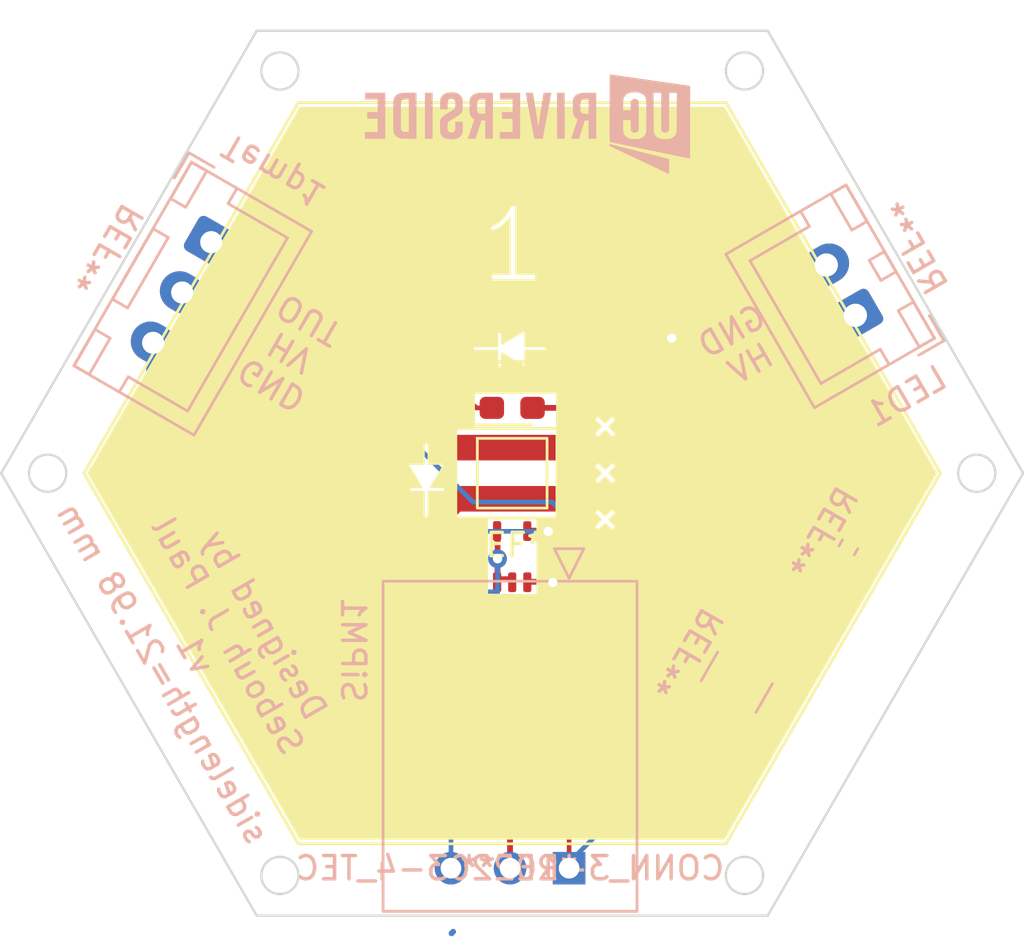
<source format=kicad_pcb>
(kicad_pcb (version 20211014) (generator pcbnew)
  (layers (0 "F.Cu" signal) (31 "B.Cu" signal) (34 "B.Paste" user) (35 "F.Paste" user) (36 "B.SilkS" user "B.Silkscreen") (37 "F.SilkS" user "F.Silkscreen") (38 "B.Mask" user) (39 "F.Mask" user) (44 "Edge.Cuts" user))
  (net 0 "")
  (footprint "Symbol:diode_direction_negative" (layer "F.Cu") (at 103.8 52.65)
    (fp_text reference "REF**" hide)
    (fp_text value "diode_direction_negative" hide)
    (fp_poly (pts (xy 1.4 0.05) (xy 1.4 -0.1) (xy 0.5 -0.1) (xy 0.5 -0.8) (xy -0.5 -0.2) (xy -0.5 -0.7) (xy -0.7 -0.7) (xy -0.7 -0.1) (xy -1.8 -0.1) (xy -1.8 0.1) (xy -0.7 0.1) (xy -0.7 0.8) (xy -0.5 0.8) (xy -0.5 0.2) (xy 0.5 0.8) (xy 0.5 0.1) (xy 2.5 0.1) (xy 2.5 1.9) (xy -1.9 1.9) (xy -1.9 -2) (xy 2.5 -2) (xy 2.5 0.075)) (layer "F.SilkS") (width 0.08) (fill solid))
  )
  (footprint "LED_SMD:LED_0603_1608Metric_Pad1.05x0.95mm_HandSolder" (layer "F.Cu") (at 103.74 55.2)
    (fp_text reference "REF**" (at 0 -1.43) (layer "F.SilkS"))
    (fp_text value "LED_0603_1608Metric_Pad1.05x0.95mm_HandSolder")
    (fp_line (start -1.66 -0.735) (end -1.66 0.735) (layer "F.SilkS") (width 0.12))
    (fp_line (start 0.8 -0.735) (end -1.66 -0.735) (layer "F.SilkS") (width 0.12))
    (fp_line (start -1.66 0.735) (end 0.8 0.735) (layer "F.SilkS") (width 0.12))
    (pad "1" smd roundrect (at -0.875 0) (size 1.05 0.95) (layers "F.Cu" "F.Paste" "F.Mask"))
    (pad "2" smd roundrect (at 0.875 0) (size 1.05 0.95) (layers "F.Cu" "F.Paste" "F.Mask"))
  )
  (footprint "" (layer "F.Cu") (at 103.09 62.7)
    (fp_text reference "" (at 0 0) (layer "F.SilkS") (effects (font (size 1.27 1.27))))
    (fp_text value "" (at 0 0) (layer "F.SilkS") (effects (font (size 1.27 1.27))))
    (pad "1" smd roundrect (at 0 0) (size 0.35 0.85) (layers "F.Cu" "F.Paste" "F.Mask"))
  )
  (footprint "Sensor:LM94021QBIMG-NOPB" (layer "F.Cu") (at 103.74 61.6)
    (fp_text reference "REF**" (at 0 -0.5 unlocked) (layer "F.SilkS"))
    (fp_text value "LM94021QBIMG-NOPB")
    (pad "1" smd roundrect (at -0.65 1.1) (size 0.35 0.85) (layers "F.Cu" "F.Paste" "F.Mask"))
    (pad "2" smd roundrect (at 0 1.1) (size 0.35 0.85) (layers "F.Cu" "F.Paste" "F.Mask"))
    (pad "3" smd roundrect (at 0.65 1.1) (size 0.35 0.85) (layers "F.Cu" "F.Paste" "F.Mask"))
    (pad "4" smd roundrect (at 0.65 -1.1) (size 0.35 0.85) (layers "F.Cu" "F.Paste" "F.Mask"))
    (pad "5" smd roundrect (at -0.65 -1.1) (size 0.35 0.85) (layers "F.Cu" "F.Paste" "F.Mask"))
  )
  (footprint "" (layer "F.Cu") (at 103.09 60.5)
    (fp_text reference "" (at 0 0) (layer "F.SilkS") (effects (font (size 1.27 1.27))))
    (fp_text value "" (at 0 0) (layer "F.SilkS") (effects (font (size 1.27 1.27))))
    (pad "5" smd roundrect (at 0 0) (size 0.35 0.85) (layers "F.Cu" "F.Paste" "F.Mask"))
  )
  (footprint "SiPM:S14160-3015PS_copy" (layer "F.Cu") (at 103.74 58.01)
    (fp_text reference "REF**" hide)
    (fp_text value "S14160-3015PS")
    (fp_line (start -18.42 0) (end -9.2 -15.94) (layer "F.SilkS") (width 0.12))
    (fp_line (start 9.2 15.94) (end 18.42 0) (layer "F.SilkS") (width 0.12))
    (fp_line (start 1.925 -1.925) (end -2.425 -1.925) (layer "F.SilkS") (width 0.12))
    (fp_line (start -2.425 1.925) (end -2.425 -1.925) (layer "F.SilkS") (width 0.12))
    (fp_line (start -2.425 1.925) (end 1.925 1.925) (layer "F.SilkS") (width 0.12))
    (fp_line (start 18.42 0) (end 9.2 -15.94) (layer "F.SilkS") (width 0.12))
    (fp_line (start 1.925 -1.925) (end 1.925 1.925) (layer "F.SilkS") (width 0.12))
    (fp_line (start -9.2 -15.94) (end 9.2 -15.94) (layer "F.SilkS") (width 0.12))
    (fp_line (start -9.2 15.94) (end -18.42 0) (layer "F.SilkS") (width 0.12))
    (fp_line (start -9.2 15.94) (end 9.2 15.94) (layer "F.SilkS") (width 0.12))
    (fp_rect (start -1.5 -1.5) (end 1.5 1.5) (layer "F.SilkS") (width 0.12) (fill none))
    (fp_rect (start 4.6 -7.3) (end 1.95 -2.6) (layer "F.SilkS") (width 0.12) (fill solid))
    (fp_rect (start 4.6 0.6) (end 3.375 1.4) (layer "F.SilkS") (width 0.12) (fill solid))
    (fp_rect (start 1.1 2) (end 1.95 2.575) (layer "F.SilkS") (width 0.12) (fill solid))
    (fp_rect (start -1.7 -2) (end -2.425 -7.3) (layer "F.SilkS") (width 0.12) (fill solid))
    (fp_rect (start 3.375 2.575) (end 1.95 -2.6) (layer "F.SilkS") (width 0.12) (fill solid))
    (fp_rect (start 1.1 5.525) (end 4.6 2.575) (layer "F.SilkS") (width 0.12) (fill solid))
    (fp_rect (start -4.975 1.975) (end -1.1 5.325) (layer "F.SilkS") (width 0.12) (fill solid))
    (fp_rect (start -2.425 -8.1) (end 4.6 -7.3) (layer "F.SilkS") (width 0.12) (fill solid))
    (fp_rect (start -2.425 -1.925) (end -5 -12.1) (layer "F.SilkS") (width 0.12) (fill solid))
    (fp_rect (start 4.6 -0.625) (end 3.375 -1.4) (layer "F.SilkS") (width 0.12) (fill solid))
    (fp_poly (pts (xy -0.1 -12.1) (xy -5 -11.9) (xy -4.975 5.2) (xy 4.6 5.3) (xy 4.6 -8.1) (xy 1.9 -8.125) (xy 1.9 -12.1) (xy 0 -12.1) (xy 0 -15.7) (xy 9.1 -15.7) (xy 18.2 0) (xy 9.1 15.7) (xy -9.1 15.7) (xy -18.2 0) (xy -9.1 -15.7) (xy -0.1 -15.7)) (layer "F.SilkS") (width 0.12) (fill solid))
    (fp_poly (pts (xy 4.6 -1.4) (xy 3.7 -1.4) (xy 3.7 -1.5) (xy 4 -1.8) (xy 4.3 -1.5) (xy 4.5 -1.7) (xy 4.2 -2) (xy 4.5 -2.3) (xy 4.3 -2.5) (xy 4 -2.2) (xy 3.7 -2.5) (xy 3.5 -2.3) (xy 3.8 -2) (xy 3.5 -1.7) (xy 3.65 -1.55) (xy 3.675 -1.4) (xy 3.4 -1.4) (xy 3.4 -2.6) (xy 4.6 -2.6)) (layer "F.SilkS") (width 0.12) (fill solid))
    (fp_poly (pts (xy -3.65 -1.3) (xy -3.8 -1.3) (xy -3.8 -0.4) (xy -4.5 -0.4) (xy -3.9 0.6) (xy -4.4 0.6) (xy -4.4 0.8) (xy -3.8 0.8) (xy -3.8 1.9) (xy -3.6 1.9) (xy -3.6 0.8) (xy -2.9 0.8) (xy -2.9 0.6) (xy -3.5 0.6) (xy -2.9 -0.4) (xy -3.6 -0.4) (xy -3.6 -1.925) (xy -2.425 -1.925) (xy -2.425 2) (xy -5 2) (xy -5 -1.9) (xy -3.65 -1.9)) (layer "F.SilkS") (width 0.08) (fill solid))
    (fp_poly (pts (xy 4.6 0.6) (xy 3.7 0.6) (xy 3.7 0.5) (xy 4 0.2) (xy 4.3 0.5) (xy 4.5 0.3) (xy 4.2 0) (xy 4.5 -0.3) (xy 4.3 -0.5) (xy 4 -0.2) (xy 3.7 -0.5) (xy 3.5 -0.3) (xy 3.8 0) (xy 3.5 0.3) (xy 3.65 0.45) (xy 3.675 0.6) (xy 3.4 0.6) (xy 3.4 -0.6) (xy 4.6 -0.6)) (layer "F.SilkS") (width 0.12) (fill solid))
    (fp_poly (pts (xy 4.6 2.6) (xy 3.7 2.6) (xy 3.7 2.5) (xy 4 2.2) (xy 4.3 2.5) (xy 4.5 2.3) (xy 4.2 2) (xy 4.5 1.7) (xy 4.3 1.5) (xy 4 1.8) (xy 3.7 1.5) (xy 3.5 1.7) (xy 3.8 2) (xy 3.5 2.3) (xy 3.65 2.45) (xy 3.675 2.6) (xy 3.4 2.6) (xy 3.4 1.4) (xy 4.6 1.4)) (layer "F.SilkS") (width 0.12) (fill solid))
    (pad "1" smd rect (at -0.25 -1.1) (size 4.3 1.1) (layers "F.Cu" "F.Paste" "F.Mask"))
    (pad "2" smd rect (at -0.25 1.1) (size 4.3 1.1) (layers "F.Cu" "F.Paste" "F.Mask"))
  )
  (footprint "Connector_JST:JST_XH_B3B-XH-A_1x03_P2.50mm_Vertical" (layer "B.Cu") (at 90.795337 48.072437 -120)
    (fp_text reference "REF**" (at 2.5 3.55 60) (layer "B.SilkS") (effects (justify mirror)))
    (fp_text value "JST_XH_B3B-XH-A_1x03_P2.50mm_Vertical")
    (fp_line (start -1.6 2.75) (end -2.85 2.75) (layer "B.SilkS") (width 0.12))
    (fp_line (start -2.55 2.45) (end -2.55 1.7) (layer "B.SilkS") (width 0.12))
    (fp_line (start 4.25 2.45) (end 0.75 2.45) (layer "B.SilkS") (width 0.12))
    (fp_line (start 4.25 1.7) (end 4.25 2.45) (layer "B.SilkS") (width 0.12))
    (fp_line (start 7.56 2.46) (end -2.56 2.46) (layer "B.SilkS") (width 0.12))
    (fp_line (start 7.55 1.7) (end 7.55 2.45) (layer "B.SilkS") (width 0.12))
    (fp_line (start 0.75 1.7) (end 4.25 1.7) (layer "B.SilkS") (width 0.12))
    (fp_line (start -1.8 -2.75) (end 2.5 -2.75) (layer "B.SilkS") (width 0.12))
    (fp_line (start 6.8 0.2) (end 6.8 -2.75) (layer "B.SilkS") (width 0.12))
    (fp_line (start 0.75 2.45) (end 0.75 1.7) (layer "B.SilkS") (width 0.12))
    (fp_line (start 5.75 1.7) (end 7.55 1.7) (layer "B.SilkS") (width 0.12))
    (fp_line (start 7.55 2.45) (end 5.75 2.45) (layer "B.SilkS") (width 0.12))
    (fp_line (start -1.8 0.2) (end -1.8 -2.75) (layer "B.SilkS") (width 0.12))
    (fp_line (start 5.75 2.45) (end 5.75 1.7) (layer "B.SilkS") (width 0.12))
    (fp_line (start 7.55 0.2) (end 6.8 0.2) (layer "B.SilkS") (width 0.12))
    (fp_line (start -2.55 1.7) (end -0.75 1.7) (layer "B.SilkS") (width 0.12))
    (fp_line (start -2.56 -3.51) (end 7.56 -3.51) (layer "B.SilkS") (width 0.12))
    (fp_line (start -2.85 2.75) (end -2.85 1.5) (layer "B.SilkS") (width 0.12))
    (fp_line (start -0.75 1.7) (end -0.75 2.45) (layer "B.SilkS") (width 0.12))
    (fp_line (start 6.8 -2.75) (end 2.5 -2.75) (layer "B.SilkS") (width 0.12))
    (fp_line (start -2.55 0.2) (end -1.8 0.2) (layer "B.SilkS") (width 0.12))
    (fp_line (start 7.56 -3.51) (end 7.56 2.46) (layer "B.SilkS") (width 0.12))
    (fp_line (start -2.56 2.46) (end -2.56 -3.51) (layer "B.SilkS") (width 0.12))
    (fp_line (start -0.75 2.45) (end -2.55 2.45) (layer "B.SilkS") (width 0.12))
    (pad "1" thru_hole roundrect (at 0 0 240) (size 1.7 1.95) (drill 0.95) (layers *.Cu *.Mask) (roundrect_rratio 0.1470588235))
    (pad "2" thru_hole oval (at 2.5 0 240) (size 1.7 1.95) (drill 0.95) (layers *.Cu *.Mask))
    (pad "3" thru_hole oval (at 5 0 240) (size 1.7 1.95) (drill 0.95) (layers *.Cu *.Mask))
  )
  (footprint "AMPMODU:3-102203-4" (layer "B.Cu") (at 106.1875 75 180)
    (fp_text reference "REF**" (at 2.54 0) (layer "B.SilkS") (effects (justify mirror)))
    (fp_text value "CONN_3-102203-4_TEC" (at 2.54 0) (layer "B.SilkS") (effects (justify mirror)))
    (fp_text user "*" (at 0 0) (layer "B.SilkS") (effects (justify mirror)))
    (fp_line (start 0.635 13.7414) (end 0 12.4714) (layer "B.SilkS") (width 0.12))
    (fp_line (start 8.001 -1.8542) (end 8.001 12.3444) (layer "B.SilkS") (width 0.12))
    (fp_line (start 0 12.4714) (end -0.635 13.7414) (layer "B.SilkS") (width 0.12))
    (fp_line (start -2.921 -1.8542) (end 8.001 -1.8542) (layer "B.SilkS") (width 0.12))
    (fp_line (start -2.921 12.3444) (end -2.921 -1.8542) (layer "B.SilkS") (width 0.12))
    (fp_line (start 8.001 12.3444) (end -2.921 12.3444) (layer "B.SilkS") (width 0.12))
    (fp_line (start -0.635 13.7414) (end 0.635 13.7414) (layer "B.SilkS") (width 0.12))
    (pad "1" thru_hole rect locked (at 0 0 180) (size 1.397 1.397) (drill 0.889) (layers *.Cu *.Mask))
    (pad "2" thru_hole circle locked (at 2.54 0 180) (size 1.397 1.397) (drill 0.889) (layers *.Cu *.Mask))
    (pad "3" thru_hole circle locked (at 5.08 0 180) (size 1.397 1.397) (drill 0.889) (layers *.Cu *.Mask))
  )
  (footprint "Resistor_SMD:R_0402_1005Metric" (layer "B.Cu") (at 118.2 61.2 -120)
    (fp_text reference "REF**" (at 0 1.17 60) (layer "B.SilkS") (effects (justify mirror)))
    (fp_text value "R_0402_1005Metric")
    (fp_line (start -0.153641 0.38) (end 0.153641 0.38) (layer "B.SilkS") (width 0.12))
    (fp_line (start -0.153641 -0.38) (end 0.153641 -0.38) (layer "B.SilkS") (width 0.12))
    (pad "1" smd roundrect (at -0.51 0 240) (size 0.54 0.64) (layers "B.Cu" "B.Paste" "B.Mask"))
    (pad "2" smd roundrect (at 0.51 0 240) (size 0.54 0.64) (layers "B.Cu" "B.Paste" "B.Mask"))
  )
  (footprint "Capacitor_SMD:C_1210_3225Metric" (layer "B.Cu") (at 113.4 67 -120)
    (fp_text reference "REF**" (at 0 2.3 60) (layer "B.SilkS") (effects (justify mirror)))
    (fp_text value "C_1210_3225Metric")
    (fp_line (start -0.711252 -1.36) (end 0.711252 -1.36) (layer "B.SilkS") (width 0.12))
    (fp_line (start -0.711252 1.36) (end 0.711252 1.36) (layer "B.SilkS") (width 0.12))
    (pad "1" smd roundrect (at -1.475 0 240) (size 1.15 2.7) (layers "B.Cu" "B.Paste" "B.Mask") (roundrect_rratio 0.2173913043))
    (pad "2" smd roundrect (at 1.475 0 240) (size 1.15 2.7) (layers "B.Cu" "B.Paste" "B.Mask") (roundrect_rratio 0.2173913043))
  )
  (footprint "Connector_JST:JST_XH_B2B-XH-A_1x02_P2.50mm_Vertical" (layer "B.Cu") (at 118.5 51.220032 120)
    (fp_text reference "REF**" (at 1.25 3.55 120) (layer "B.SilkS") (effects (justify mirror)))
    (fp_text value "JST_XH_B2B-XH-A_1x02_P2.50mm_Vertical")
    (fp_line (start -0.75 1.7) (end -0.75 2.45) (layer "B.SilkS") (width 0.12))
    (fp_line (start 4.3 0.2) (end 4.3 -2.75) (layer "B.SilkS") (width 0.12))
    (fp_line (start -2.55 0.2) (end -1.8 0.2) (layer "B.SilkS") (width 0.12))
    (fp_line (start 5.06 -3.51) (end 5.06 2.46) (layer "B.SilkS") (width 0.12))
    (fp_line (start 0.75 1.7) (end 1.75 1.7) (layer "B.SilkS") (width 0.12))
    (fp_line (start -2.55 1.7) (end -0.75 1.7) (layer "B.SilkS") (width 0.12))
    (fp_line (start -1.8 0.2) (end -1.8 -2.75) (layer "B.SilkS") (width 0.12))
    (fp_line (start 5.05 1.7) (end 5.05 2.45) (layer "B.SilkS") (width 0.12))
    (fp_line (start -2.85 2.75) (end -2.85 1.5) (layer "B.SilkS") (width 0.12))
    (fp_line (start -1.8 -2.75) (end 1.25 -2.75) (layer "B.SilkS") (width 0.12))
    (fp_line (start 0.75 2.45) (end 0.75 1.7) (layer "B.SilkS") (width 0.12))
    (fp_line (start 5.05 2.45) (end 3.25 2.45) (layer "B.SilkS") (width 0.12))
    (fp_line (start -2.55 2.45) (end -2.55 1.7) (layer "B.SilkS") (width 0.12))
    (fp_line (start -0.75 2.45) (end -2.55 2.45) (layer "B.SilkS") (width 0.12))
    (fp_line (start -1.6 2.75) (end -2.85 2.75) (layer "B.SilkS") (width 0.12))
    (fp_line (start 3.25 2.45) (end 3.25 1.7) (layer "B.SilkS") (width 0.12))
    (fp_line (start 3.25 1.7) (end 5.05 1.7) (layer "B.SilkS") (width 0.12))
    (fp_line (start -2.56 2.46) (end -2.56 -3.51) (layer "B.SilkS") (width 0.12))
    (fp_line (start 1.75 1.7) (end 1.75 2.45) (layer "B.SilkS") (width 0.12))
    (fp_line (start 1.75 2.45) (end 0.75 2.45) (layer "B.SilkS") (width 0.12))
    (fp_line (start 5.06 2.46) (end -2.56 2.46) (layer "B.SilkS") (width 0.12))
    (fp_line (start 5.05 0.2) (end 4.3 0.2) (layer "B.SilkS") (width 0.12))
    (fp_line (start -2.56 -3.51) (end 5.06 -3.51) (layer "B.SilkS") (width 0.12))
    (fp_line (start 4.3 -2.75) (end 1.25 -2.75) (layer "B.SilkS") (width 0.12))
    (pad "1" thru_hole roundrect (at 0 0 120) (size 1.7 2) (drill 1) (layers *.Cu *.Mask) (roundrect_rratio 0.1470588235))
    (pad "2" thru_hole oval (at 2.5 0 120) (size 1.7 2) (drill 1) (layers *.Cu *.Mask))
  )
  (footprint "Symbol:UCR_logo_1.4cm" (layer "B.Cu") (at 104.4 43 180)
    (fp_text reference "G***" hide)
    (fp_text value "LOGO" hide)
    (fp_poly (pts (xy -0.021082 1.355625) (xy 0.020969 1.354912) (xy 0.050873 1.353636) (xy 0.069922 1.351723) (xy 0.079407 1.3491) (xy 0.081056 1.346966) (xy 0.079714 1.338779) (xy 0.075793 1.316956) (xy 0.069452 1.282341) (xy 0.060848 1.235779) (xy 0.05014 1.178115) (xy 0.037484 1.110193) (xy 0.023038 1.032859) (xy 0.006962 0.946956) (xy -0.010588 0.853329) (xy -0.029454 0.752824) (xy -0.049477 0.646285) (xy -0.0705 0.534556) (xy -0.092366 0.418483) (xy -0.103163 0.361214) (xy -0.125369 0.243419) (xy -0.14681 0.129607) (xy -0.167328 0.020619) (xy -0.186766 -0.082703) (xy -0.204965 -0.179521) (xy -0.221769 -0.268992) (xy -0.237018 -0.350276) (xy -0.250557 -0.422533) (xy -0.262226 -0.484921) (xy -0.271868 -0.5366) (xy -0.279326 -0.57673) (xy -0.284443 -0.604469) (xy -0.287059 -0.618977) (xy -0.287381 -0.620999) (xy -0.29442 -0.622459) (xy -0.314224 -0.623767) (xy -0.344819 -0.624866) (xy -0.384233 -0.625698) (xy -0.430491 -0.626206) (xy -0.471599 -0.626341) (xy -0.521953 -0.626137) (xy -0.56706 -0.62556) (xy -0.604946 -0.62467) (xy -0.633638 -0.623524) (xy -0.651163 -0.622178) (xy -0.655817 -0.620982) (xy -0.657158 -0.613226) (xy -0.661075 -0.591829) (xy -0.66741 -0.557631) (xy -0.676007 -0.511474) (xy -0.686707 -0.454198) (xy -0.699353 -0.386643) (xy -0.713787 -0.309651) (xy -0.729851 -0.224063) (xy -0.747388 -0.130717) (xy -0.76624 -0.030457) (xy -0.78625 0.075879) (xy -0.807259 0.187449) (xy -0.82911 0.303413) (xy -0.840035 0.361361) (xy -0.862249 0.479235) (xy -0.883697 0.593171) (xy -0.904221 0.702325) (xy -0.923664 0.805853) (xy -0.941867 0.90291) (xy -0.958673 0.992651) (xy -0.973925 1.074231) (xy -0.987463 1.146805) (xy -0.999131 1.20953) (xy -1.00877 1.26156) (xy -1.016222 1.302051) (xy -1.021331 1.330158) (xy -1.023937 1.345036) (xy -1.024253 1.347234) (xy -1.020576 1.350219) (xy -1.008668 1.352394) (xy -0.987209 1.353814) (xy -0.954884 1.354534) (xy -0.910375 1.354607) (xy -0.856849 1.354142) (xy -0.689445 1.352162) (xy -0.578291 0.639462) (xy -0.562569 0.538852) (xy -0.54744 0.442402) (xy -0.533061 0.351103) (xy -0.519592 0.265947) (xy -0.507191 0.187927) (xy -0.496018 0.118034) (xy -0.48623 0.05726) (xy -0.477988 0.006597) (xy -0.471449 -0.032962) (xy -0.466772 -0.060427) (xy -0.464117 -0.074804) (xy -0.463603 -0.07677) (xy -0.461995 -0.070163) (xy -0.458301 -0.049977) (xy -0.45268 -0.0172) (xy -0.44529 0.027183) (xy -0.436292 0.082183) (xy -0.425843 0.146815) (xy -0.414104 0.220092) (xy -0.401234 0.301027) (xy -0.387391 0.388633) (xy -0.372735 0.481923) (xy -0.357426 0.579911) (xy -0.351 0.621191) (xy -0.335418 0.72133) (xy -0.320421 0.817536) (xy -0.306172 0.908785) (xy -0.292832 0.994053) (xy -0.280562 1.072314) (xy -0.269523 1.142544) (xy -0.259876 1.203717) (xy -0.251782 1.25481) (xy -0.245403 1.294797) (xy -0.2409 1.322654) (xy -0.238433 1.337356) (xy -0.238067 1.339266) (xy -0.236476 1.344733) (xy -0.23334 1.348842) (xy -0.226776 1.351788) (xy -0.214898 1.353765) (xy -0.195822 1.354966) (xy -0.167661 1.355584) (xy -0.128533 1.355813) (xy -0.076573 1.355846)) (layer "B.SilkS") (width 0) (fill solid))
    (fp_poly (pts (xy -3.531431 -0.856149) (xy -3.529851 -0.872059) (xy -3.52962 -0.890684) (xy -3.531192 -0.918885) (xy -3.535574 -0.936614) (xy -3.538831 -0.940819) (xy -3.54683 -0.944834) (xy -3.567304 -0.954723) (xy -3.599463 -0.970114) (xy -3.642519 -0.990634) (xy -3.695682 -1.015912) (xy -3.758163 -1.045573) (xy -3.829174 -1.079247) (xy -3.907926 -1.11656) (xy -3.993629 -1.15714) (xy -4.085495 -1.200615) (xy -4.182735 -1.246612) (xy -4.284559 -1.294758) (xy -4.390179 -1.344682) (xy -4.498806 -1.396011) (xy -4.60965 -1.448371) (xy -4.721923 -1.501392) (xy -4.834836 -1.5547) (xy -4.9476 -1.607924) (xy -5.059425 -1.660689) (xy -5.169524 -1.712625) (xy -5.277106 -1.763358) (xy -5.381383 -1.812517) (xy -5.481566 -1.859728) (xy -5.576866 -1.904619) (xy -5.666494 -1.946818) (xy -5.749661 -1.985953) (xy -5.825578 -2.02165) (xy -5.893455 -2.053537) (xy -5.952505 -2.081243) (xy -6.001938 -2.104394) (xy -6.040965 -2.122618) (xy -6.068798 -2.135543) (xy -6.084646 -2.142796) (xy -6.088185 -2.144299) (xy -6.089384 -2.137179) (xy -6.090499 -2.11681) (xy -6.091503 -2.084683) (xy -6.092369 -2.042286) (xy -6.09307 -1.991109) (xy -6.093581 -1.932642) (xy -6.093875 -1.868372) (xy -6.093937 -1.820971) (xy -6.093937 -1.497643) (xy -6.044198 -1.485237) (xy -6.025771 -1.48061) (xy -5.994623 -1.472752) (xy -5.951643 -1.461887) (xy -5.897717 -1.44824) (xy -5.833732 -1.432037) (xy -5.760574 -1.413503) (xy -5.679131 -1.392863) (xy -5.590289 -1.370341) (xy -5.494935 -1.346163) (xy -5.393955 -1.320554) (xy -5.288237 -1.29374) (xy -5.178668 -1.265944) (xy -5.066133 -1.237393) (xy -4.951521 -1.20831) (xy -4.835717 -1.178923) (xy -4.719609 -1.149454) (xy -4.604082 -1.12013) (xy -4.490025 -1.091176) (xy -4.378324 -1.062816) (xy -4.269866 -1.035276) (xy -4.165537 -1.008781) (xy -4.066224 -0.983556) (xy -3.972814 -0.959826) (xy -3.886194 -0.937815) (xy -3.807251 -0.91775) (xy -3.736871 -0.899855) (xy -3.675941 -0.884355) (xy -3.625348 -0.871475) (xy -3.585979 -0.861441) (xy -3.55872 -0.854477) (xy -3.544459 -0.850809) (xy -3.542516 -0.850293) (xy -3.535335 -0.849886)) (layer "B.SilkS") (width 0) (fill solid))
    (fp_poly (pts (xy 4.413867 -0.626341) (xy 4.082274 -0.626341) (xy 4.082274 1.355846) (xy 4.413867 1.355846)) (layer "B.SilkS") (width 0) (fill solid))
    (fp_poly (pts (xy 1.762967 1.355786) (xy 1.828408 1.35557) (xy 1.89197 1.354984) (xy 1.951474 1.354075) (xy 2.004739 1.352891) (xy 2.049587 1.351479) (xy 2.083835 1.349888) (xy 2.103771 1.348343) (xy 2.192516 1.333145) (xy 2.270184 1.308577) (xy 2.336655 1.274708) (xy 2.391805 1.231606) (xy 2.435511 1.179342) (xy 2.451938 1.151872) (xy 2.46334 1.129604) (xy 2.472734 1.108466) (xy 2.480295 1.086803) (xy 2.486199 1.062957) (xy 2.490622 1.035271) (xy 2.49374 1.002088) (xy 2.495728 0.96175) (xy 2.496762 0.9126) (xy 2.497018 0.852982) (xy 2.496673 0.781237) (xy 2.496271 0.733973) (xy 2.495583 0.663071) (xy 2.494901 0.605258) (xy 2.494124 0.558887) (xy 2.493149 0.522311) (xy 2.491875 0.493883) (xy 2.490199 0.471954) (xy 2.48802 0.454878) (xy 2.485237 0.441006) (xy 2.481747 0.428693) (xy 2.477449 0.416289) (xy 2.476479 0.41364) (xy 2.448246 0.356096) (xy 2.408613 0.302754) (xy 2.360918 0.257836) (xy 2.343255 0.245098) (xy 2.32034 0.22929) (xy 2.302826 0.216208) (xy 2.293861 0.208232) (xy 2.293351 0.207406) (xy 2.295285 0.199573) (xy 2.301557 0.179021) (xy 2.311762 0.146987) (xy 2.325494 0.104705) (xy 2.342348 0.053411) (xy 2.361917 -0.005662) (xy 2.383796 -0.071277) (xy 2.40758 -0.142199) (xy 2.431224 -0.212346) (xy 2.571105 -0.626341) (xy 2.233942 -0.626341) (xy 2.207932 -0.547128) (xy 2.199645 -0.521662) (xy 2.1876 -0.484327) (xy 2.172493 -0.437299) (xy 2.155021 -0.382756) (xy 2.135883 -0.322874) (xy 2.115776 -0.259833) (xy 2.096399 -0.198955) (xy 2.076599 -0.136715) (xy 2.057622 -0.077105) (xy 2.040069 -0.022011) (xy 2.02454 0.02668) (xy 2.011638 0.067082) (xy 2.001964 0.097309) (xy 1.996119 0.115475) (xy 1.99593 0.116058) (xy 1.980985 0.162112) (xy 1.820075 0.162112) (xy 1.820075 -0.626341) (xy 1.488482 -0.626341) (xy 1.488482 1.061097) (xy 1.820075 1.061097) (xy 1.820075 0.449493) (xy 1.928764 0.449534) (xy 1.969822 0.450071) (xy 2.007888 0.451518) (xy 2.039438 0.453673) (xy 2.06095 0.456337) (xy 2.065287 0.457304) (xy 2.101244 0.474393) (xy 2.132247 0.502663) (xy 2.154593 0.538611) (xy 2.156716 0.543787) (xy 2.161034 0.556664) (xy 2.164328 0.571431) (xy 2.166732 0.590185) (xy 2.168377 0.615018) (xy 2.169396 0.648028) (xy 2.169922 0.691308) (xy 2.170088 0.746954) (xy 2.17009 0.755295) (xy 2.169797 0.819834) (xy 2.168676 0.871538) (xy 2.166359 0.9123) (xy 2.16248 0.944014) (xy 2.156674 0.968574) (xy 2.148574 0.987876) (xy 2.137814 1.003812) (xy 2.124027 1.018277) (xy 2.118232 1.023508) (xy 2.100707 1.036937) (xy 2.081448 1.046829) (xy 2.057925 1.053685) (xy 2.027612 1.058005) (xy 1.987979 1.060292) (xy 1.936499 1.061044) (xy 1.928764 1.061056) (xy 1.820075 1.061097) (xy 1.488482 1.061097) (xy 1.488482 1.355846)) (layer "B.SilkS") (width 0) (fill solid))
    (fp_poly (pts (xy -3.538697 2.142681) (xy -3.537559 2.137445) (xy -3.536517 2.12802) (xy -3.535567 2.113836) (xy -3.534705 2.094321) (xy -3.533928 2.068904) (xy -3.533231 2.037015) (xy -3.53261 1.998082) (xy -3.532061 1.951534) (xy -3.53158 1.8968) (xy -3.531163 1.83331) (xy -3.530806 1.760492) (xy -3.530505 1.677776) (xy -3.530256 1.58459) (xy -3.530055 1.480363) (xy -3.529897 1.364524) (xy -3.529779 1.236502) (xy -3.529697 1.095727) (xy -3.529646 0.941627) (xy -3.529623 0.773632) (xy -3.52962 0.688976) (xy -3.529642 0.543671) (xy -3.529707 0.402343) (xy -3.529811 0.265694) (xy -3.529954 0.134426) (xy -3.530133 0.009241) (xy -3.530345 -0.109159) (xy -3.53059 -0.220073) (xy -3.530864 -0.322797) (xy -3.531166 -0.416631) (xy -3.531493 -0.500872) (xy -3.531843 -0.574818) (xy -3.532215 -0.637767) (xy -3.532606 -0.689017) (xy -3.533013 -0.727867) (xy -3.533436 -0.753613) (xy -3.533871 -0.765555) (xy -3.534017 -0.766347) (xy -3.541538 -0.767815) (xy -3.562854 -0.772133) (xy -3.597325 -0.779167) (xy -3.644313 -0.788788) (xy -3.703179 -0.800863) (xy -3.773284 -0.815261) (xy -3.85399 -0.831851) (xy -3.944657 -0.850501) (xy -4.044648 -0.871079) (xy -4.153323 -0.893455) (xy -4.270043 -0.917496) (xy -4.394171 -0.943071) (xy -4.525066 -0.970049) (xy -4.662092 -0.998299) (xy -4.804607 -1.027688) (xy -4.951975 -1.058085) (xy -5.103556 -1.089359) (xy -5.201191 -1.109508) (xy -5.35598 -1.141452) (xy -5.507428 -1.172707) (xy -5.654866 -1.203135) (xy -5.797624 -1.232596) (xy -5.935032 -1.260952) (xy -6.066419 -1.288066) (xy -6.191118 -1.313799) (xy -6.308456 -1.338013) (xy -6.417765 -1.36057) (xy -6.518375 -1.381331) (xy -6.609616 -1.400159) (xy -6.690818 -1.416914) (xy -6.761312 -1.431459) (xy -6.820427 -1.443656) (xy -6.867493 -1.453367) (xy -6.901842 -1.460452) (xy -6.922802 -1.464775) (xy -6.928445 -1.465937) (xy -6.992922 -1.479207) (xy -6.992922 1.348477) (xy -6.418863 1.348477) (xy -6.416092 0.517653) (xy -6.415601 0.381444) (xy -6.415078 0.259302) (xy -6.414513 0.150557) (xy -6.413899 0.054541) (xy -6.413224 -0.029417) (xy -6.41248 -0.101986) (xy -6.411658 -0.163837) (xy -6.410747 -0.215639) (xy -6.40974 -0.258062) (xy -6.408626 -0.291776) (xy -6.407395 -0.31745) (xy -6.40604 -0.335755) (xy -6.40455 -0.34736) (xy -6.403982 -0.350014) (xy -6.379244 -0.42144) (xy -6.343768 -0.482804) (xy -6.297515 -0.534143) (xy -6.240446 -0.575493) (xy -6.172519 -0.60689) (xy -6.102241 -0.626632) (xy -6.051589 -0.634448) (xy -5.991244 -0.639233) (xy -5.925937 -0.640978) (xy -5.860397 -0.639676) (xy -5.799356 -0.635322) (xy -5.747544 -0.627906) (xy -5.743923 -0.627177) (xy -5.666571 -0.605925) (xy -5.600881 -0.576181) (xy -5.545975 -0.537195) (xy -5.500975 -0.488217) (xy -5.465004 -0.4285) (xy -5.440771 -0.368436) (xy -5.438688 -0.361562) (xy -5.436825 -0.353593) (xy -5.435167 -0.343694) (xy -5.433701 -0.331029) (xy -5.43241 -0.314764) (xy -5.43128 -0.294064) (xy -5.430296 -0.268093) (xy -5.429443 -0.236016) (xy -5.428707 -0.196999) (xy -5.428072 -0.150205) (xy -5.427523 -0.0948) (xy -5.427046 -0.029949) (xy -5.426625 0.045183) (xy -5.426246 0.131432) (xy -5.425894 0.229632) (xy -5.425554 0.340619) (xy -5.425434 0.384282) (xy -5.107775 0.384282) (xy -5.107727 0.293023) (xy -5.107481 0.20278) (xy -5.107035 0.114868) (xy -5.106391 0.030598) (xy -5.105549 -0.048717) (xy -5.104507 -0.121763) (xy -5.103265 -0.187229) (xy -5.101824 -0.2438) (xy -5.100184 -0.290166) (xy -5.098343 -0.325012) (xy -5.096303 -0.347026) (xy -5.095434 -0.351932) (xy -5.072507 -0.421158) (xy -5.038515 -0.480962) (xy -4.993308 -0.531468) (xy -4.936739 -0.572802) (xy -4.86866 -0.605087) (xy -4.788923 -0.62845) (xy -4.761444 -0.633967) (xy -4.742911 -0.635857) (xy -4.712776 -0.637243) (xy -4.674171 -0.638056) (xy -4.630226 -0.638225) (xy -4.590717 -0.637804) (xy -4.538235 -0.636605) (xy -4.497525 -0.634906) (xy -4.465621 -0.632424) (xy -4.439558 -0.628876) (xy -4.416371 -0.62398) (xy -4.400393 -0.619635) (xy -4.32618 -0.592578) (xy -4.26416 -0.557914) (xy -4.213414 -0.514766) (xy -4.173025 -0.462256) (xy -4.142074 -0.399509) (xy -4.128678 -0.360102) (xy -4.125291 -0.345849) (xy -4.122484 -0.32714) (xy -4.120173 -0.302401) (xy -4.118279 -0.270057) (xy -4.116719 -0.228534) (xy -4.11541 -0.176257) (xy -4.114273 -0.111652) (xy -4.11371 -0.071845) (xy -4.110418 0.17685) (xy -4.435974 0.17685) (xy -4.435974 -0.014374) (xy -4.436304 -0.074127) (xy -4.437247 -0.128325) (xy -4.438728 -0.174901) (xy -4.440674 -0.211784) (xy -4.443012 -0.236905) (xy -4.444137 -0.243663) (xy -4.459971 -0.28548) (xy -4.486816 -0.318783) (xy -4.523177 -0.342851) (xy -4.567556 -0.356964) (xy -4.618459 -0.360404) (xy -4.671625 -0.353101) (xy -4.712982 -0.33684) (xy -4.746478 -0.309971) (xy -4.768207 -0.277182) (xy -4.770669 -0.271202) (xy -4.77282 -0.26417) (xy -4.774681 -0.255108) (xy -4.776271 -0.243035) (xy -4.777613 -0.226971) (xy -4.778727 -0.205937) (xy -4.779635 -0.178951) (xy -4.780357 -0.145034) (xy -4.780914 -0.103207) (xy -4.781328 -0.052488) (xy -4.781619 0.008102) (xy -4.781809 0.079542) (xy -4.781919 0.162814) (xy -4.781969 0.258897) (xy -4.78198 0.364752) (xy -4.781968 0.474136) (xy -4.781916 0.569762) (xy -4.781804 0.65261) (xy -4.781611 0.723662) (xy -4.781316 0.783895) (xy -4.780897 0.834292) (xy -4.780335 0.875831) (xy -4.779607 0.909493) (xy -4.778692 0.936258) (xy -4.777571 0.957105) (xy -4.776221 0.973016) (xy -4.774621 0.984969) (xy -4.772751 0.993945) (xy -4.77059 1.000924) (xy -4.768207 1.006687) (xy -4.744618 1.041478) (xy -4.710532 1.067731) (xy -4.671625 1.082605) (xy -4.616879 1.089711) (xy -4.566165 1.085642) (xy -4.521383 1.07112) (xy -4.484435 1.046864) (xy -4.457219 1.013595) (xy -4.449707 0.998463) (xy -4.446239 0.983398) (xy -4.443329 0.95576) (xy -4.440947 0.915018) (xy -4.439063 0.860643) (xy -4.437646 0.792104) (xy -4.437561 0.786612) (xy -4.434691 0.596867) (xy -4.110309 0.596867) (xy -4.113605 0.819771) (xy -4.114752 0.887479) (xy -4.116054 0.942222) (xy -4.117614 0.985772) (xy -4.119536 1.019901) (xy -4.121925 1.046382) (xy -4.124886 1.066987) (xy -4.128522 1.083488) (xy -4.129292 1.086287) (xy -4.155066 1.15451) (xy -4.191121 1.21302) (xy -4.237993 1.262322) (xy -4.296221 1.302915) (xy -4.366341 1.335304) (xy -4.411663 1.350236) (xy -4.433594 1.356156) (xy -4.454439 1.360499) (xy -4.477063 1.363502) (xy -4.504333 1.365402) (xy -4.539115 1.366437) (xy -4.584274 1.366843) (xy -4.612823 1.366885) (xy -4.664384 1.366717) (xy -4.704092 1.366053) (xy -4.734829 1.364649) (xy -4.759478 1.362265) (xy -4.78092 1.358659) (xy -4.802038 1.353588) (xy -4.815204 1.349901) (xy -4.891927 1.321771) (xy -4.956725 1.285111) (xy -5.009883 1.239647) (xy -5.051682 1.185108) (xy -5.082405 1.12122) (xy -5.09525 1.079813) (xy -5.097375 1.064008) (xy -5.099302 1.03478) (xy -5.101033 0.993441) (xy -5.102567 0.941305) (xy -5.103904 0.879683) (xy -5.105043 0.809889) (xy -5.105985 0.733236) (xy -5.10673 0.651036) (xy -5.107276 0.564602) (xy -5.107625 0.475246) (xy -5.107775 0.384282) (xy -5.425434 0.384282) (xy -5.425211 0.465227) (xy -5.425093 0.510285) (xy -5.422906 1.348477) (xy -5.74729 1.348477) (xy -5.749291 0.547128) (xy -5.751291 -0.254221) (xy -5.767704 -0.284917) (xy -5.79087 -0.317257) (xy -5.821511 -0.33945) (xy -5.862339 -0.353335) (xy -5.871319 -0.355157) (xy -5.927538 -0.36036) (xy -5.977461 -0.354375) (xy -6.019738 -0.337682) (xy -6.05302 -0.310763) (xy -6.071398 -0.283898) (xy -6.090253 -0.247257) (xy -6.094377 1.348477) (xy -6.418863 1.348477) (xy -6.992922 1.348477) (xy -6.992922 1.649424) (xy -6.972658 1.653598) (xy -6.963232 1.655086) (xy -6.940067 1.658531) (xy -6.903945 1.66382) (xy -6.855646 1.670841) (xy -6.795951 1.679485) (xy -6.725641 1.689637) (xy -6.645496 1.701188) (xy -6.556298 1.714025) (xy -6.458827 1.728037) (xy -6.353863 1.743113) (xy -6.242188 1.75914) (xy -6.124583 1.776007) (xy -6.001827 1.793602) (xy -5.874703 1.811814) (xy -5.743991 1.830531) (xy -5.610471 1.849642) (xy -5.474924 1.869035) (xy -5.338131 1.888598) (xy -5.200873 1.90822) (xy -5.063931 1.927789) (xy -4.928086 1.947193) (xy -4.794117 1.966322) (xy -4.662807 1.985062) (xy -4.534935 2.003304) (xy -4.411283 2.020934) (xy -4.292631 2.037842) (xy -4.179761 2.053916) (xy -4.073452 2.069043) (xy -3.974486 2.083114) (xy -3.883643 2.096015) (xy -3.801705 2.107636) (xy -3.729451 2.117865) (xy -3.667664 2.12659) (xy -3.617123 2.133699) (xy -3.578609 2.139081) (xy -3.552904 2.142625) (xy -3.540787 2.144218) (xy -3.539936 2.1443)) (layer "B.SilkS") (width 0) (fill solid))
    (fp_poly (pts (xy -2.680375 1.355786) (xy -2.614934 1.35557) (xy -2.551372 1.354984) (xy -2.491868 1.354075) (xy -2.438603 1.352891) (xy -2.393755 1.351479) (xy -2.359507 1.349888) (xy -2.339571 1.348343) (xy -2.250779 1.333072) (xy -2.173023 1.308298) (xy -2.106406 1.274097) (xy -2.051028 1.230547) (xy -2.006991 1.177725) (xy -1.974396 1.115707) (xy -1.956066 1.057137) (xy -1.952945 1.041559) (xy -1.950469 1.023557) (xy -1.948591 1.001493) (xy -1.947263 0.973725) (xy -1.94644 0.938614) (xy -1.946075 0.894519) (xy -1.946122 0.839802) (xy -1.946532 0.77282) (xy -1.946865 0.733672) (xy -1.947531 0.662902) (xy -1.948187 0.605236) (xy -1.948937 0.559045) (xy -1.949882 0.522696) (xy -1.951125 0.494558) (xy -1.952768 0.472999) (xy -1.954915 0.456387) (xy -1.957667 0.443091) (xy -1.961128 0.43148) (xy -1.965399 0.419921) (xy -1.966809 0.416333) (xy -1.997879 0.35226) (xy -2.03684 0.299215) (xy -2.08582 0.254665) (xy -2.124036 0.229064) (xy -2.140874 0.21767) (xy -2.150663 0.208541) (xy -2.151669 0.206279) (xy -2.149374 0.198347) (xy -2.142767 0.177711) (xy -2.132266 0.145623) (xy -2.118287 0.103339) (xy -2.101247 0.052111) (xy -2.081563 -0.006807) (xy -2.059651 -0.072161) (xy -2.035928 -0.142697) (xy -2.015347 -0.203732) (xy -1.990428 -0.277707) (xy -1.966978 -0.347629) (xy -1.945418 -0.412231) (xy -1.926163 -0.470246) (xy -1.909632 -0.520406) (xy -1.896243 -0.561446) (xy -1.886414 -0.592096) (xy -1.880563 -0.611092) (xy -1.879026 -0.617074) (xy -1.881833 -0.620231) (xy -1.891269 -0.622551) (xy -1.908854 -0.624105) (xy -1.936107 -0.624962) (xy -1.974549 -0.62519) (xy -2.025699 -0.624858) (xy -2.045621 -0.624638) (xy -2.212216 -0.622657) (xy -2.311031 -0.31317) (xy -2.332817 -0.244908) (xy -2.354175 -0.177932) (xy -2.374478 -0.114209) (xy -2.393101 -0.055706) (xy -2.409418 -0.004391) (xy -2.422803 0.037768) (xy -2.432629 0.068806) (xy -2.43591 0.079214) (xy -2.461974 0.162112) (xy -2.623267 0.162112) (xy -2.623267 -0.626341) (xy -2.95486 -0.626341) (xy -2.95486 1.061097) (xy -2.623267 1.061097) (xy -2.623267 0.449493) (xy -2.514578 0.449534) (xy -2.473568 0.450062) (xy -2.435596 0.451486) (xy -2.40417 0.453607) (xy -2.382796 0.456228) (xy -2.378486 0.457186) (xy -2.341547 0.474584) (xy -2.310219 0.503083) (xy -2.290788 0.533928) (xy -2.286616 0.544479) (xy -2.283389 0.556798) (xy -2.280991 0.572823) (xy -2.279301 0.594491) (xy -2.278203 0.623739) (xy -2.277576 0.662506) (xy -2.277304 0.712728) (xy -2.277261 0.755295) (xy -2.277443 0.81997) (xy -2.278219 0.871745) (xy -2.27993 0.912457) (xy -2.282918 0.94394) (xy -2.287525 0.968032) (xy -2.294093 0.986567) (xy -2.302963 1.001382) (xy -2.314478 1.014311) (xy -2.327698 1.026117) (xy -2.345049 1.038716) (xy -2.364492 1.047978) (xy -2.388541 1.054373) (xy -2.419709 1.058371) (xy -2.460509 1.060442) (xy -2.513453 1.061055) (xy -2.514578 1.061056) (xy -2.623267 1.061097) (xy -2.95486 1.061097) (xy -2.95486 1.355846)) (layer "B.SilkS") (width 0) (fill solid))
    (fp_poly (pts (xy 5.045735 1.355786) (xy 5.139792 1.355458) (xy 5.220651 1.354399) (xy 5.289841 1.352428) (xy 5.34889 1.349366) (xy 5.399327 1.34503) (xy 5.442681 1.339241) (xy 5.480481 1.331817) (xy 5.514256 1.322579) (xy 5.545535 1.311345) (xy 5.575846 1.297934) (xy 5.588595 1.29164) (xy 5.62735 1.266808) (xy 5.666788 1.232701) (xy 5.702348 1.193815) (xy 5.729471 1.154649) (xy 5.731812 1.150388) (xy 5.739342 1.136237) (xy 5.745982 1.123127) (xy 5.751789 1.110083) (xy 5.756818 1.096131) (xy 5.761126 1.080297) (xy 5.764768 1.061607) (xy 5.7678 1.039086) (xy 5.770278 1.011761) (xy 5.772258 0.978658) (xy 5.773795 0.938801) (xy 5.774946 0.891218) (xy 5.775766 0.834934) (xy 5.776312 0.768974) (xy 5.776639 0.692365) (xy 5.776802 0.604132) (xy 5.776858 0.503301) (xy 5.776864 0.388899) (xy 5.776863 0.364752) (xy 5.776863 0.247585) (xy 5.776824 0.144179) (xy 5.776688 0.053559) (xy 5.7764 -0.025251) (xy 5.775902 -0.093226) (xy 5.775138 -0.151342) (xy 5.77405 -0.200575) (xy 5.77258 -0.241901) (xy 5.770674 -0.276295) (xy 5.768272 -0.304733) (xy 5.765319 -0.32819) (xy 5.761757 -0.347643) (xy 5.75753 -0.364068) (xy 5.75258 -0.378438) (xy 5.746851 -0.391732) (xy 5.740285 -0.404924) (xy 5.732825 -0.41899) (xy 5.730887 -0.42262) (xy 5.692708 -0.478734) (xy 5.642644 -0.526392) (xy 5.581057 -0.565338) (xy 5.508309 -0.595314) (xy 5.474134 -0.605266) (xy 5.458313 -0.609172) (xy 5.442686 -0.612416) (xy 5.425687 -0.615077) (xy 5.405749 -0.617233) (xy 5.381306 -0.618964) (xy 5.350792 -0.620348) (xy 5.312639 -0.621464) (xy 5.265282 -0.622391) (xy 5.207155 -0.623208) (xy 5.13669 -0.623994) (xy 5.093632 -0.624426) (xy 4.774934 -0.627558) (xy 4.774934 1.061097) (xy 5.106527 1.061097) (xy 5.106527 -0.331592) (xy 5.211531 -0.331551) (xy 5.251931 -0.331004) (xy 5.289333 -0.329532) (xy 5.320134 -0.327345) (xy 5.34073 -0.324649) (xy 5.34394 -0.323899) (xy 5.380879 -0.306501) (xy 5.412206 -0.278002) (xy 5.431638 -0.247157) (xy 5.434115 -0.24107) (xy 5.436271 -0.233786) (xy 5.438127 -0.2243) (xy 5.439707 -0.211606) (xy 5.441032 -0.194699) (xy 5.442124 -0.172574) (xy 5.443006 -0.144225) (xy 5.443701 -0.108648) (xy 5.444229 -0.064837) (xy 5.444614 -0.011787) (xy 5.444877 0.051508) (xy 5.445042 0.126052) (xy 5.445129 0.212851) (xy 5.445162 0.312911) (xy 5.445165 0.364752) (xy 5.44515 0.471385) (xy 5.445091 0.564285) (xy 5.444966 0.644458) (xy 5.444751 0.71291) (xy 5.444426 0.770645) (xy 5.443968 0.818669) (xy 5.443355 0.857987) (xy 5.442563 0.889604) (xy 5.441572 0.914526) (xy 5.440359 0.933758) (xy 5.438902 0.948305) (xy 5.437178 0.959172) (xy 5.435166 0.967365) (xy 5.432842 0.973889) (xy 5.431638 0.976661) (xy 5.408433 1.011894) (xy 5.376107 1.039096) (xy 5.34394 1.053404) (xy 5.326552 1.056196) (xy 5.298032 1.058534) (xy 5.261984 1.06021) (xy 5.222011 1.061015) (xy 5.211531 1.061056) (xy 5.106527 1.061097) (xy 4.774934 1.061097) (xy 4.774934 1.355846)) (layer "B.SilkS") (width 0) (fill solid))
    (fp_poly (pts (xy 0.749768 1.354063) (xy 1.18268 1.352162) (xy 1.184678 1.206629) (xy 1.186676 1.061097) (xy 0.641079 1.061097) (xy 0.641079 0.52318) (xy 1.09794 0.52318) (xy 1.09794 0.236013) (xy 0.871352 0.234064) (xy 0.644763 0.232115) (xy 0.642833 -0.049739) (xy 0.640904 -0.331592) (xy 1.193733 -0.331592) (xy 1.193733 -0.626341) (xy 0.316855 -0.626341) (xy 0.316855 1.355964)) (layer "B.SilkS") (width 0) (fill solid))
    (fp_poly (pts (xy 6.985552 1.061097) (xy 6.447635 1.061097) (xy 6.447635 0.52318) (xy 6.897128 0.52318) (xy 6.897128 0.2358) (xy 6.447635 0.2358) (xy 6.447635 -0.331592) (xy 6.992921 -0.331592) (xy 6.992921 -0.626341) (xy 6.116043 -0.626341) (xy 6.116043 1.355846) (xy 6.985552 1.355846)) (layer "B.SilkS") (width 0) (fill solid))
    (fp_poly (pts (xy -1.267421 -0.626341) (xy -1.599014 -0.626341) (xy -1.599014 1.355846) (xy -1.267421 1.355846)) (layer "B.SilkS") (width 0) (fill solid))
    (fp_poly (pts (xy 3.320101 1.373283) (xy 3.379039 1.369711) (xy 3.429638 1.363005) (xy 3.441195 1.360669) (xy 3.510717 1.339623) (xy 3.575087 1.30911) (xy 3.63202 1.270684) (xy 3.679229 1.225899) (xy 3.714428 1.176308) (xy 3.715559 1.174236) (xy 3.728255 1.149289) (xy 3.738381 1.125223) (xy 3.746225 1.099972) (xy 3.752072 1.071465) (xy 3.75621 1.037636) (xy 3.758926 0.996416) (xy 3.760506 0.945736) (xy 3.761236 0.883528) (xy 3.76138 0.84372) (xy 3.761734 0.644764) (xy 3.43751 0.644764) (xy 3.433826 0.817929) (xy 3.43241 0.877523) (xy 3.430711 0.924371) (xy 3.428297 0.960462) (xy 3.42474 0.987787) (xy 3.419607 1.008336) (xy 3.41247 1.024098) (xy 3.402896 1.037063) (xy 3.390457 1.049223) (xy 3.382281 1.056252) (xy 3.347352 1.076948) (xy 3.305721 1.088156) (xy 3.261145 1.090098) (xy 3.217383 1.082997) (xy 3.178195 1.067078) (xy 3.147338 1.042564) (xy 3.147069 1.042259) (xy 3.131129 1.019608) (xy 3.119141 0.99481) (xy 3.117414 0.989453) (xy 3.114178 0.969398) (xy 3.11185 0.938181) (xy 3.110426 0.899352) (xy 3.109904 0.856458) (xy 3.110278 0.813049) (xy 3.111546 0.772671) (xy 3.113703 0.738874) (xy 3.116747 0.715206) (xy 3.117701 0.711082) (xy 3.127176 0.68798) (xy 3.143708 0.664582) (xy 3.168433 0.63998) (xy 3.202488 0.613263) (xy 3.247009 0.583521) (xy 3.303134 0.549845) (xy 3.356859 0.51962) (xy 3.434958 0.475884) (xy 3.500929 0.437189) (xy 3.556088 0.40254) (xy 3.601754 0.370942) (xy 3.639242 0.341402) (xy 3.66987 0.312924) (xy 3.694954 0.284516) (xy 3.715812 0.255181) (xy 3.723255 0.242987) (xy 3.734524 0.22256) (xy 3.743655 0.202497) (xy 3.750845 0.181037) (xy 3.756288 0.15642) (xy 3.760182 0.126885) (xy 3.762723 0.090674) (xy 3.764105 0.046025) (xy 3.764527 -0.008821) (xy 3.764183 -0.075625) (xy 3.763714 -0.120181) (xy 3.762888 -0.186162) (xy 3.762044 -0.239204) (xy 3.761059 -0.281104) (xy 3.759811 -0.31366) (xy 3.758181 -0.338669) (xy 3.756045 -0.357929) (xy 3.753282 -0.373238) (xy 3.749771 -0.386394) (xy 3.745389 -0.399193) (xy 3.744721 -0.401) (xy 3.71432 -0.465367) (xy 3.674585 -0.519115) (xy 3.624807 -0.562841) (xy 3.564279 -0.597141) (xy 3.492294 -0.622612) (xy 3.477286 -0.626497) (xy 3.437936 -0.633804) (xy 3.388134 -0.639545) (xy 3.3321 -0.643541) (xy 3.274053 -0.645616) (xy 3.218213 -0.645592) (xy 3.168801 -0.643291) (xy 3.142761 -0.640577) (xy 3.058685 -0.623494) (xy 2.985497 -0.596799) (xy 2.923348 -0.560613) (xy 2.872387 -0.515057) (xy 2.832762 -0.460256) (xy 2.804625 -0.396329) (xy 2.793639 -0.355178) (xy 2.791109 -0.33526) (xy 2.788974 -0.302203) (xy 2.787289 -0.257599) (xy 2.786103 -0.203043) (xy 2.785471 -0.140129) (xy 2.785378 -0.102799) (xy 2.785378 0.110531) (xy 3.109602 0.110531) (xy 3.109602 -0.240525) (xy 3.129866 -0.280532) (xy 3.156274 -0.317472) (xy 3.192195 -0.343354) (xy 3.237042 -0.357855) (xy 3.275399 -0.361067) (xy 3.326439 -0.355149) (xy 3.368984 -0.337609) (xy 3.402449 -0.308773) (xy 3.420931 -0.280532) (xy 3.428215 -0.265644) (xy 3.433504 -0.252316) (xy 3.437118 -0.237871) (xy 3.439375 -0.219636) (xy 3.440594 -0.194935) (xy 3.441095 -0.161094) (xy 3.441195 -0.115438) (xy 3.441195 -0.110522) (xy 3.440707 -0.0532) (xy 3.438872 -0.008236) (xy 3.435131 0.026728) (xy 3.428925 0.054051) (xy 3.419696 0.07609) (xy 3.406886 0.095204) (xy 3.389936 0.11375) (xy 3.387516 0.116128) (xy 3.371404 0.129102) (xy 3.344314 0.147774) (xy 3.308252 0.170871) (xy 3.265227 0.197122) (xy 3.217246 0.225254) (xy 3.198027 0.236232) (xy 3.119435 0.281424) (xy 3.052907 0.321211) (xy 2.997214 0.356559) (xy 2.95113 0.388433) (xy 2.913426 0.417796) (xy 2.882877 0.445614) (xy 2.858254 0.472852) (xy 2.838331 0.500475) (xy 2.82188 0.529446) (xy 2.819854 0.533523) (xy 2.810258 0.554293) (xy 2.802632 0.574422) (xy 2.79675 0.595913) (xy 2.792389 0.620775) (xy 2.789325 0.65101) (xy 2.787333 0.688626) (xy 2.786189 0.735628) (xy 2.785669 0.79402) (xy 2.785558 0.840329) (xy 2.785687 0.906117) (xy 2.786259 0.959007) (xy 2.787356 1.000836) (xy 2.789061 1.033439) (xy 2.791456 1.058651) (xy 2.794624 1.078309) (xy 2.796665 1.087182) (xy 2.82134 1.155894) (xy 2.857682 1.215654) (xy 2.905562 1.266345) (xy 2.964851 1.307847) (xy 3.035419 1.340044) (xy 3.092107 1.357141) (xy 3.138827 1.365649) (xy 3.195437 1.371205) (xy 3.257381 1.373765)) (layer "B.SilkS") (width 0) (fill solid))
  )
  (gr_poly (pts (xy 105.65 49.75) (xy 105.9 50) (xy 101.3 50) (xy 101.3 49.5) (xy 102.85 49.5) (xy 102.85 49.7) (xy 104.75 49.7) (xy 104.75 49.45) (xy 103.9 49.45) (xy 103.9 46.5) (xy 103.7 46.5) (xy 103.6 46.7) (xy 103.425 46.975) (xy 103.175 47.225) (xy 102.8 47.425) (xy 102.875 47.6) (xy 103.275 47.4) (xy 103.575 47.1) (xy 103.65 47) (xy 103.65 49.45) (xy 101.3 49.45) (xy 101.315 45.91) (xy 105.65 45.96)) (layer "F.SilkS") (width 0.05) (fill solid))
  (gr_circle (center 93.75 75.31) (end 94.55 75.31) (layer "Edge.Cuts") (width 0.1) (fill none))
  (gr_circle (center 83.76 58.01) (end 84.56 58.01) (layer "Edge.Cuts") (width 0.1) (fill none))
  (gr_line (start 92.75 38.98) (end 81.76 58.01) (layer "Edge.Cuts") (width 0.1))
  (gr_circle (center 113.73 75.31) (end 114.53 75.31) (layer "Edge.Cuts") (width 0.1) (fill none))
  (gr_line (start 114.73 38.98) (end 92.75 38.98) (layer "Edge.Cuts") (width 0.1))
  (gr_line (start 92.75 77.04) (end 114.73 77.04) (layer "Edge.Cuts") (width 0.1))
  (gr_line (start 81.76 58.01) (end 92.75 77.04) (layer "Edge.Cuts") (width 0.1))
  (gr_line (start 125.72 58.01) (end 114.73 77.04) (layer "Edge.Cuts") (width 0.1))
  (gr_circle (center 123.72 58.01) (end 124.52 58.01) (layer "Edge.Cuts") (width 0.1) (fill none))
  (gr_circle (center 113.73 40.71) (end 114.53 40.71) (layer "Edge.Cuts") (width 0.1) (fill none))
  (gr_circle (center 93.75 40.71) (end 94.55 40.71) (layer "Edge.Cuts") (width 0.1) (fill none))
  (gr_line (start 125.72 58.01) (end 114.73 38.98) (layer "Edge.Cuts") (width 0.1))
  (gr_text "Designed by \nSebouh J. Paul\nv1\nsidelength=21.98 mm" (at 90.8 65.4 -60) (layer "B.SilkS") (effects (font (size 1 1)) (justify mirror)))
  (gr_text "LED1" (at 120.7 54.7 30) (layer "B.SilkS") (effects (font (size 1 1)) (justify mirror)))
  (gr_text "GND\nHV\nOUT" (at 94.2 52.8 150) (layer "B.SilkS") (effects (font (size 1 1)) (justify mirror)))
  (gr_text "SiPM1" (at 96.9 65.6 -90) (layer "B.SilkS") (effects (font (size 1 1)) (justify mirror)))
  (gr_text "GND\nHV" (at 113.6 52.6 30) (layer "B.SilkS") (effects (font (size 1 1)) (justify mirror)))
  (gr_text "Temp1" (at 93.5 45 150) (layer "B.SilkS") (effects (font (size 1 1)) (justify mirror)))
  (segment (start 110.6 52.2) (end 110 51.6) (width 0.2) (layer "F.Cu") (net 0))
  (segment (start 103.49 59.11) (end 101.89 59.11) (width 0.25) (layer "F.Cu") (net 0))
  (segment (start 101.89 59.11) (end 100.2 60.8) (width 0.25) (layer "F.Cu") (net 0))
  (segment (start 114.042316 52.642316) (end 117.45738 52.642316) (width 0.25) (layer "F.Cu") (net 0))
  (segment (start 100.2 67.4) (end 103.6725 70.8725) (width 0.25) (layer "F.Cu") (net 0))
  (segment (start 103.49 56.91) (end 106.11 56.91) (width 0.25) (layer "F.Cu") (net 0))
  (segment (start 101 54) (end 102.2 55.2) (width 0.2) (layer "F.Cu") (net 0))
  (segment (start 111.484632 55.2) (end 114.042316 52.642316) (width 0.25) (layer "F.Cu") (net 0))
  (segment (start 110 51.6) (end 101.6 51.6) (width 0.2) (layer "F.Cu") (net 0))
  (segment (start 103.11 62.57) (end 103.11 60.54) (width 0.25) (layer "F.Cu") (net 0))
  (segment (start 103.6475 70.8975) (end 103.6475 75.2501) (width 0.25) (layer "F.Cu") (net 0))
  (segment (start 104.41 60.48) (end 105.26 60.48) (width 0.25) (layer "F.Cu") (net 0))
  (segment (start 117.45738 52.642316) (end 118.879664 51.220032) (width 0.25) (layer "F.Cu") (net 0))
  (segment (start 104.815 55.2) (end 111.484632 55.2) (width 0.25) (layer "F.Cu") (net 0))
  (segment (start 102.2 55.2) (end 102.865 55.2) (width 0.2) (layer "F.Cu") (net 0))
  (segment (start 104.41 62.68) (end 105.46 62.68) (width 0.25) (layer "F.Cu") (net 0))
  (segment (start 106.11 56.91) (end 107 57.8) (width 0.25) (layer "F.Cu") (net 0))
  (segment (start 101 52.2) (end 101 54) (width 0.2) (layer "F.Cu") (net 0))
  (segment (start 103.6725 70.8725) (end 103.6475 70.8975) (width 0.25) (layer "F.Cu") (net 0))
  (segment (start 103.76 62.57) (end 103.11 62.57) (width 0.25) (layer "F.Cu") (net 0))
  (segment (start 101.6 51.6) (end 101 52.2) (width 0.2) (layer "F.Cu") (net 0))
  (segment (start 100.2 60.8) (end 100.2 67.4) (width 0.25) (layer "F.Cu") (net 0))
  (segment (start 106.1875 75.2501) (end 106.1875 67.0125) (width 0.2) (layer "F.Cu") (net 0))
  (segment (start 106.1875 67.0125) (end 107 66.2) (width 0.2) (layer "F.Cu") (net 0))
  (segment (start 107 57.8) (end 107 66.2) (width 0.25) (layer "F.Cu") (net 0))
  (via (at 105.49 62.71) (size 0.8) (drill 0.4) (layers "F.Cu" "B.Cu") (net 0))
  (via (at 110.6 52.2) (size 0.8) (drill 0.4) (layers "F.Cu" "B.Cu") (net 0))
  (via (at 105.29 60.51) (size 0.8) (drill 0.4) (layers "F.Cu" "B.Cu") (net 0))
  (via (at 103.11 61.69) (size 0.8) (drill 0.4) (layers "F.Cu" "B.Cu") (net 0))
  (segment (start 111.4 62.985113) (end 114.1375 65.722613) (width 0.2) (layer "B.Cu") (net 0))
  (segment (start 106.74 65.22) (end 106.02 65.22) (width 0.2) (layer "B.Cu") (net 0))
  (segment (start 88.1 54.1) (end 88.1 52.130127) (width 0.2) (layer "B.Cu") (net 0))
  (segment (start 94.7 60.7) (end 88.1 54.1) (width 0.2) (layer "B.Cu") (net 0))
  (segment (start 110.6 52.2) (end 116 57.6) (width 0.2) (layer "B.Cu") (net 0))
  (segment (start 109 53.4) (end 109 51.6) (width 0.25) (layer "B.Cu") (net 0))
  (segment (start 109.58 62.38) (end 108.68 63.28) (width 0.2) (layer "B.Cu") (net 0))
  (segment (start 105.45 59.25) (end 106.8 60.6) (width 0.2) (layer "B.Cu") (net 0))
  (segment (start 116.2 52.09) (end 116.2 50.2) (width 0.2) (layer "B.Cu") (net 0))
  (segment (start 97.11 63.11) (end 94.7 60.7) (width 0.2) (layer "B.Cu") (net 0))
  (segment (start 89.35 49.965064) (end 99.894936 60.51) (width 0.2) (layer "B.Cu") (net 0))
  (segment (start 90.795337 48.072437) (end 90.872437 48.072437) (width 0.2) (layer "B.Cu") (net 0))
  (segment (start 111.545032 49.054968) (end 117.629664 49.054968) (width 0.25) (layer "B.Cu") (net 0))
  (segment (start 108.68 63.28) (end 106.74 65.22) (width 0.2) (layer "B.Cu") (net 0))
  (segment (start 109.62 62.38) (end 109.58 62.38) (width 0.2) (layer "B.Cu") (net 0))
  (segment (start 111.6 56) (end 109 53.4) (width 0.25) (layer "B.Cu") (net 0))
  (segment (start 104.42 65.22) (end 103.11 63.91) (width 0.2) (layer "B.Cu") (net 0))
  (segment (start 106.02 65.22) (end 105.22 65.22) (width 0.2) (layer "B.Cu") (net 0))
  (segment (start 106.1875 74.752387) (end 112.6625 68.277387) (width 0.2) (layer "B.Cu") (net 0))
  (segment (start 117.241673 61.641673) (end 117.945 61.641673) (width 0.2) (layer "B.Cu") (net 0))
  (segment (start 111.4 60.6) (end 111.4 62.985113) (width 0.2) (layer "B.Cu") (net 0))
  (segment (start 95 61) (end 94.7 60.7) (width 0.2) (layer "B.Cu") (net 0))
  (segment (start 101.2 77.7325) (end 101.1325 77.8) (width 0.25) (layer "B.Cu") (net 0))
  (segment (start 103.11 63.11) (end 97.11 63.11) (width 0.2) (layer "B.Cu") (net 0))
  (segment (start 109 51.6) (end 111.545032 49.054968) (width 0.25) (layer "B.Cu") (net 0))
  (segment (start 117.345032 49.054968) (end 117.629664 49.054968) (width 0.2) (layer "B.Cu") (net 0))
  (segment (start 99.894936 60.51) (end 105.29 60.51) (width 0.2) (layer "B.Cu") (net 0))
  (segment (start 118.455 54.345) (end 116.2 52.09) (width 0.2) (layer "B.Cu") (net 0))
  (segment (start 101.1075 75.2501) (end 101.1075 69.3325) (width 0.2) (layer "B.Cu") (net 0))
  (segment (start 118.641673 60.758327) (end 118.455 60.758327) (width 0.2) (layer "B.Cu") (net 0))
  (segment (start 116 57.6) (end 116 60.4) (width 0.2) (layer "B.Cu") (net 0))
  (segment (start 105.22 65.22) (end 104.42 65.22) (width 0.2) (layer "B.Cu") (net 0))
  (segment (start 101.1075 69.3325) (end 105.22 65.22) (width 0.2) (layer "B.Cu") (net 0))
  (segment (start 106.8 60.6) (end 106.8 61.4) (width 0.2) (layer "B.Cu") (net 0))
  (segment (start 111.4 60.6) (end 111.6 60.4) (width 0.25) (layer "B.Cu") (net 0))
  (segment (start 106.1875 75.2501) (end 106.1875 74.752387) (width 0.2) (layer "B.Cu") (net 0))
  (segment (start 116.2 50.2) (end 117.345032 49.054968) (width 0.2) (layer "B.Cu") (net 0))
  (segment (start 106.8 61.4) (end 105.49 62.71) (width 0.2) (layer "B.Cu") (net 0))
  (segment (start 90.872437 48.072437) (end 102.05 59.25) (width 0.2) (layer "B.Cu") (net 0))
  (segment (start 111.6 60.4) (end 111.6 56) (width 0.25) (layer "B.Cu") (net 0))
  (segment (start 111.4 60.6) (end 109.62 62.38) (width 0.2) (layer "B.Cu") (net 0))
  (segment (start 109.47 62.49) (end 109.58 62.38) (width 0.2) (layer "B.Cu") (net 0))
  (segment (start 102.05 59.25) (end 105.45 59.25) (width 0.2) (layer "B.Cu") (net 0))
  (segment (start 105.49 62.71) (end 105.49 62.69) (width 0.2) (layer "B.Cu") (net 0))
  (segment (start 103.11 63.91) (end 103.11 63.11) (width 0.2) (layer "B.Cu") (net 0))
  (segment (start 118.455 51.644696) (end 118.879664 51.220032) (width 0.2) (layer "B.Cu") (net 0))
  (segment (start 103.11 63.11) (end 103.11 61.69) (width 0.2) (layer "B.Cu") (net 0))
  (segment (start 116 60.4) (end 117.241673 61.641673) (width 0.2) (layer "B.Cu") (net 0))
  (segment (start 118.455 60.758327) (end 118.455 54.345) (width 0.2) (layer "B.Cu") (net 0))
)
</source>
